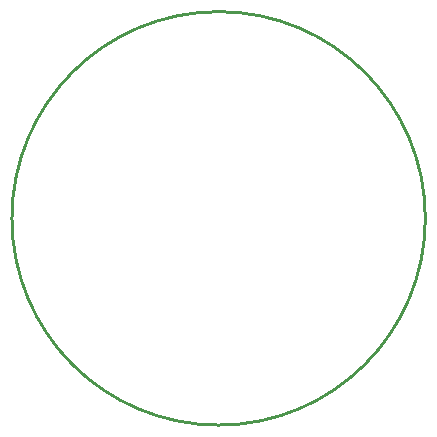
<source format=gbr>
%TF.GenerationSoftware,Altium Limited,Altium Designer,18.0.11 (651)*%
G04 Layer_Color=16711935*
%FSLAX43Y43*%
%MOMM*%
%TF.FileFunction,Other,Mechanical_1*%
%TF.Part,Single*%
G01*
G75*
%TA.AperFunction,NonConductor*%
%ADD81C,0.254*%
D81*
X17502Y0D02*
G03*
X17502Y0I-17502J0D01*
G01*
%TF.MD5,3b48da6b140f15ecccd3b608c3c2303d*%
M02*

</source>
